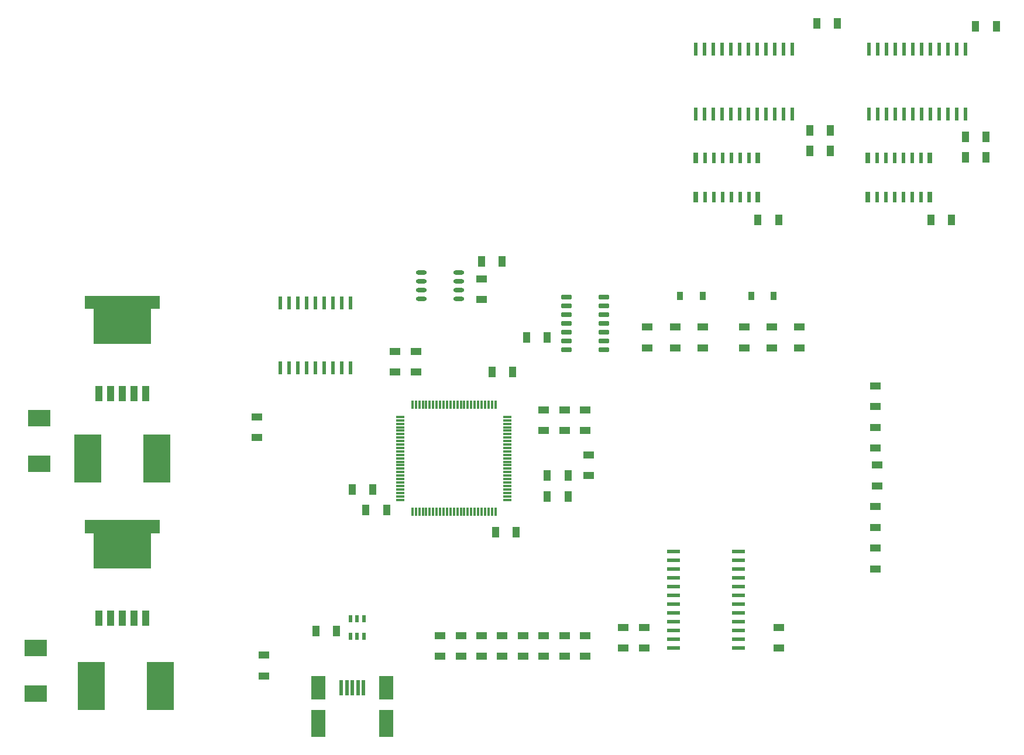
<source format=gbr>
%TF.GenerationSoftware,Altium Limited,Altium Designer,22.4.2 (48)*%
G04 Layer_Color=8421504*
%FSLAX45Y45*%
%MOMM*%
%TF.SameCoordinates,A0FECCF5-906F-4CEA-98AF-48209DEEDFB4*%
%TF.FilePolarity,Positive*%
%TF.FileFunction,Paste,Top*%
%TF.Part,Single*%
G01*
G75*
%TA.AperFunction,SMDPad,CuDef*%
%ADD11R,1.00000X1.60000*%
%TA.AperFunction,ConnectorPad*%
%ADD14R,1.00000X1.60000*%
%TA.AperFunction,SMDPad,CuDef*%
%ADD16R,1.60000X1.00000*%
G04:AMPARAMS|DCode=17|XSize=1.55mm|YSize=0.6mm|CornerRadius=0.3mm|HoleSize=0mm|Usage=FLASHONLY|Rotation=180.000|XOffset=0mm|YOffset=0mm|HoleType=Round|Shape=RoundedRectangle|*
%AMROUNDEDRECTD17*
21,1,1.55000,0.00000,0,0,180.0*
21,1,0.95000,0.60000,0,0,180.0*
1,1,0.60000,-0.47500,0.00000*
1,1,0.60000,0.47500,0.00000*
1,1,0.60000,0.47500,0.00000*
1,1,0.60000,-0.47500,0.00000*
%
%ADD17ROUNDEDRECTD17*%
%ADD18R,4.00000X7.00000*%
%ADD19R,3.30000X2.40000*%
G04:AMPARAMS|DCode=20|XSize=0.6mm|YSize=1.45mm|CornerRadius=0.051mm|HoleSize=0mm|Usage=FLASHONLY|Rotation=270.000|XOffset=0mm|YOffset=0mm|HoleType=Round|Shape=RoundedRectangle|*
%AMROUNDEDRECTD20*
21,1,0.60000,1.34800,0,0,270.0*
21,1,0.49800,1.45000,0,0,270.0*
1,1,0.10200,-0.67400,-0.24900*
1,1,0.10200,-0.67400,0.24900*
1,1,0.10200,0.67400,0.24900*
1,1,0.10200,0.67400,-0.24900*
%
%ADD20ROUNDEDRECTD20*%
%ADD21R,1.20000X0.30000*%
%ADD22R,0.30000X1.20000*%
%ADD23R,0.91000X1.22000*%
%ADD24C,6.29100*%
%ADD25R,1.07000X2.16000*%
%ADD26R,0.60000X1.10000*%
%TA.AperFunction,ConnectorPad*%
%ADD27R,2.00000X4.00000*%
%ADD28R,2.00000X3.50000*%
%ADD29R,0.50000X2.20000*%
%TA.AperFunction,NonConductor*%
%ADD77R,1.95000X0.55000*%
%ADD78R,0.70000X1.65000*%
%ADD79R,0.60000X1.65000*%
%ADD80R,0.55000X1.95000*%
G36*
X4240000Y3163000D02*
X4116500D01*
Y2655000D01*
X3283500D01*
Y3163000D01*
X3160000D01*
Y3354000D01*
X4240000D01*
Y3163000D01*
D02*
G37*
G36*
Y6413000D02*
X4116500D01*
Y5905000D01*
X3283500D01*
Y6413000D01*
X3160000D01*
Y6604000D01*
X4240000D01*
Y6413000D01*
D02*
G37*
D11*
X16201234Y8605474D02*
D03*
X15901234D02*
D03*
X16201234Y8905474D02*
D03*
X15901234D02*
D03*
X13950000Y8700000D02*
D03*
X13650000D02*
D03*
X13750000Y10550000D02*
D03*
X14050000D02*
D03*
X15400000Y7700000D02*
D03*
X15700000D02*
D03*
X12900000D02*
D03*
X13200000D02*
D03*
X13650000Y9000000D02*
D03*
X13950000D02*
D03*
X8900000Y7100000D02*
D03*
X9200000D02*
D03*
X6800000Y1750000D02*
D03*
X6500000D02*
D03*
X10150000Y3700000D02*
D03*
X9850000D02*
D03*
X10150000Y4000000D02*
D03*
X9850000D02*
D03*
X9350000Y5500000D02*
D03*
X9050000D02*
D03*
X9400682Y3179199D02*
D03*
X9100682D02*
D03*
X7525000Y3500000D02*
D03*
X7225000D02*
D03*
X7025000Y3800000D02*
D03*
X7325000D02*
D03*
X9550000Y6000000D02*
D03*
X9850000D02*
D03*
D14*
X16050000Y10500000D02*
D03*
X16350000D02*
D03*
D16*
X8900000Y6550000D02*
D03*
Y6850000D02*
D03*
X9800000Y4950000D02*
D03*
Y4650000D02*
D03*
X10100000Y4950000D02*
D03*
Y4650000D02*
D03*
X10400000Y4950000D02*
D03*
Y4650000D02*
D03*
X10450000Y4000000D02*
D03*
Y4300000D02*
D03*
X7650000Y5800000D02*
D03*
Y5500000D02*
D03*
X5650000Y4550000D02*
D03*
Y4850000D02*
D03*
X7950000Y5800000D02*
D03*
Y5500000D02*
D03*
X11250000Y1500000D02*
D03*
Y1800000D02*
D03*
X10950000Y1800000D02*
D03*
Y1500000D02*
D03*
X8300000Y1683000D02*
D03*
Y1383000D02*
D03*
X8600000D02*
D03*
Y1683000D02*
D03*
X9200000D02*
D03*
Y1383000D02*
D03*
X9800000Y1683000D02*
D03*
Y1383000D02*
D03*
X10100000Y1683000D02*
D03*
Y1383000D02*
D03*
X10400000Y1683000D02*
D03*
Y1383000D02*
D03*
X8900000Y1683000D02*
D03*
Y1383000D02*
D03*
X9500000Y1683000D02*
D03*
Y1383000D02*
D03*
X14625000Y4150000D02*
D03*
Y3850000D02*
D03*
X14600000Y4400000D02*
D03*
Y4700000D02*
D03*
Y3550000D02*
D03*
Y3250000D02*
D03*
Y2950000D02*
D03*
Y2650000D02*
D03*
X11299999Y6150000D02*
D03*
Y5850000D02*
D03*
X13200000Y1500000D02*
D03*
Y1800000D02*
D03*
X14600000Y5000000D02*
D03*
Y5300000D02*
D03*
X5750000Y1400000D02*
D03*
Y1100000D02*
D03*
X13499998Y5850000D02*
D03*
Y6150000D02*
D03*
X13099998D02*
D03*
Y5850000D02*
D03*
X12699999Y6150000D02*
D03*
Y5850000D02*
D03*
X11699999Y6150000D02*
D03*
Y5850000D02*
D03*
X12099999Y6150000D02*
D03*
Y5850000D02*
D03*
D17*
X8570000Y6559500D02*
D03*
Y6686500D02*
D03*
Y6813500D02*
D03*
Y6940500D02*
D03*
X8030000D02*
D03*
Y6813500D02*
D03*
Y6686500D02*
D03*
Y6559500D02*
D03*
D18*
X3200000Y4250000D02*
D03*
X4200000D02*
D03*
X3250000Y950000D02*
D03*
X4250000D02*
D03*
D19*
X2500000Y4830000D02*
D03*
Y4170000D02*
D03*
X2450000Y840000D02*
D03*
Y1500000D02*
D03*
D20*
X10127500Y6581000D02*
D03*
Y6454000D02*
D03*
Y6327000D02*
D03*
Y6200000D02*
D03*
Y6073000D02*
D03*
Y5946000D02*
D03*
Y5819000D02*
D03*
X10672500Y6581000D02*
D03*
Y6454000D02*
D03*
Y6327000D02*
D03*
Y6200000D02*
D03*
Y6073000D02*
D03*
Y5946000D02*
D03*
Y5819000D02*
D03*
D21*
X9275000Y3650000D02*
D03*
Y3700000D02*
D03*
X9275000Y3750000D02*
D03*
X9275000Y3800000D02*
D03*
Y3850000D02*
D03*
Y3900000D02*
D03*
Y3950000D02*
D03*
Y4000000D02*
D03*
Y4050000D02*
D03*
Y4100000D02*
D03*
Y4150000D02*
D03*
Y4200000D02*
D03*
Y4250000D02*
D03*
Y4300000D02*
D03*
X9275000Y4350000D02*
D03*
X9274999Y4400000D02*
D03*
X9275000Y4450000D02*
D03*
Y4500000D02*
D03*
Y4550000D02*
D03*
Y4600000D02*
D03*
Y4650000D02*
D03*
Y4700000D02*
D03*
Y4750000D02*
D03*
Y4800000D02*
D03*
Y4850000D02*
D03*
X7725000D02*
D03*
Y4800000D02*
D03*
X7725000Y4750000D02*
D03*
X7725000Y4700000D02*
D03*
Y4650000D02*
D03*
Y4600000D02*
D03*
Y4550000D02*
D03*
Y4500000D02*
D03*
Y4450000D02*
D03*
Y4400000D02*
D03*
Y4350000D02*
D03*
Y4300000D02*
D03*
Y4250000D02*
D03*
Y4200000D02*
D03*
X7725000Y4150000D02*
D03*
X7725001Y4100000D02*
D03*
X7725000Y4050000D02*
D03*
Y4000000D02*
D03*
Y3950000D02*
D03*
Y3900000D02*
D03*
Y3850000D02*
D03*
Y3800000D02*
D03*
Y3750000D02*
D03*
Y3700000D02*
D03*
Y3650000D02*
D03*
D22*
X9100000Y5025000D02*
D03*
X9050000D02*
D03*
X9000000Y5025000D02*
D03*
X8950000Y5025000D02*
D03*
X8900000D02*
D03*
X8850000D02*
D03*
X8800000D02*
D03*
X8750000D02*
D03*
X8700000D02*
D03*
X8650000D02*
D03*
X8600000D02*
D03*
X8550000D02*
D03*
X8500000D02*
D03*
X8450000D02*
D03*
X8400000Y5025000D02*
D03*
X8350000Y5024999D02*
D03*
X8300000Y5025000D02*
D03*
X8250000D02*
D03*
X8200000D02*
D03*
X8150000D02*
D03*
X8100000D02*
D03*
X8050000D02*
D03*
X8000000D02*
D03*
X7950000D02*
D03*
X7900000D02*
D03*
Y3475000D02*
D03*
X7950000D02*
D03*
X8000000Y3475000D02*
D03*
X8050000Y3475000D02*
D03*
X8100000D02*
D03*
X8150000D02*
D03*
X8200000D02*
D03*
X8250000D02*
D03*
X8300000D02*
D03*
X8350000D02*
D03*
X8400000D02*
D03*
X8450000D02*
D03*
X8500000D02*
D03*
X8550000D02*
D03*
X8600000Y3475000D02*
D03*
X8650000Y3475000D02*
D03*
X8700000Y3475000D02*
D03*
X8750000D02*
D03*
X8800000D02*
D03*
X8850000D02*
D03*
X8900000D02*
D03*
X8950000D02*
D03*
X9000000D02*
D03*
X9050000D02*
D03*
X9100000D02*
D03*
D23*
X12800000Y6600000D02*
D03*
X13127499D02*
D03*
X12099999D02*
D03*
X11772499D02*
D03*
D24*
X3700000Y6254500D02*
D03*
Y3004500D02*
D03*
D25*
X3360000Y5187000D02*
D03*
X3530000D02*
D03*
X3700000D02*
D03*
X3870000D02*
D03*
X4040000D02*
D03*
X3360000Y1937000D02*
D03*
X3530000D02*
D03*
X3700000D02*
D03*
X3870000D02*
D03*
X4040000D02*
D03*
D26*
X7005000Y1930000D02*
D03*
X7100000D02*
D03*
X7195000D02*
D03*
Y1670000D02*
D03*
X7100000D02*
D03*
X7005000D02*
D03*
D27*
X6540000Y415000D02*
D03*
X7520000D02*
D03*
D28*
X6540000Y925000D02*
D03*
X7520000D02*
D03*
D29*
X7190000D02*
D03*
X7110000D02*
D03*
X7030000D02*
D03*
X6950000D02*
D03*
X6870000D02*
D03*
D77*
X11680003Y2898500D02*
D03*
Y2771500D02*
D03*
Y2644500D02*
D03*
Y2517500D02*
D03*
Y2390500D02*
D03*
Y2263500D02*
D03*
X11680002Y2136502D02*
D03*
X11680003Y2009502D02*
D03*
Y1882502D02*
D03*
Y1755502D02*
D03*
Y1628502D02*
D03*
Y1501502D02*
D03*
X12619997Y1501500D02*
D03*
Y1628500D02*
D03*
Y1755500D02*
D03*
Y1882500D02*
D03*
Y2009500D02*
D03*
Y2136500D02*
D03*
X12619998Y2263498D02*
D03*
X12619997Y2390498D02*
D03*
Y2517498D02*
D03*
Y2644498D02*
D03*
Y2771498D02*
D03*
Y2898498D02*
D03*
D78*
X15388893Y8599188D02*
D03*
X14489893D02*
D03*
Y8034188D02*
D03*
X15388893D02*
D03*
X12898488Y8599179D02*
D03*
X11999488D02*
D03*
Y8034179D02*
D03*
X12898488D02*
D03*
D79*
X15256857Y8599154D02*
D03*
X15129858D02*
D03*
X15002808Y8599145D02*
D03*
X14875810Y8599147D02*
D03*
X14748860Y8599152D02*
D03*
X14621860D02*
D03*
X14621861Y8034154D02*
D03*
X14748862D02*
D03*
X14875809Y8034149D02*
D03*
X15002808Y8034147D02*
D03*
X15129860Y8034155D02*
D03*
X15256860D02*
D03*
X12766797Y8599030D02*
D03*
X12639797D02*
D03*
X12512794Y8599270D02*
D03*
X12385796Y8599271D02*
D03*
X12258799Y8599028D02*
D03*
X12131799D02*
D03*
X12131800Y8034029D02*
D03*
X12258800D02*
D03*
X12385795Y8034273D02*
D03*
X12512793Y8034272D02*
D03*
X12639799Y8034031D02*
D03*
X12766799D02*
D03*
D80*
X14501501Y9230002D02*
D03*
X14628500D02*
D03*
X14755501D02*
D03*
X14882501D02*
D03*
X15009502D02*
D03*
X15136501D02*
D03*
X15263499Y9230000D02*
D03*
X15390498Y9230002D02*
D03*
X15517499D02*
D03*
X15644499D02*
D03*
X15771500D02*
D03*
X15898499D02*
D03*
X15898500Y10169998D02*
D03*
X15771500D02*
D03*
X15644501D02*
D03*
X15517500D02*
D03*
X15390500D02*
D03*
X15263499D02*
D03*
X15136501Y10169999D02*
D03*
X15009502Y10169998D02*
D03*
X14882501D02*
D03*
X14755501D02*
D03*
X14628500D02*
D03*
X14501501D02*
D03*
X12001500Y9230002D02*
D03*
X12128500D02*
D03*
X12255500D02*
D03*
X12382500D02*
D03*
X12509500D02*
D03*
X12636500D02*
D03*
X12763498Y9230000D02*
D03*
X12890498Y9230002D02*
D03*
X13017497D02*
D03*
X13144498D02*
D03*
X13271498D02*
D03*
X13398499D02*
D03*
X13398500Y10169998D02*
D03*
X13271500D02*
D03*
X13144501D02*
D03*
X13017500D02*
D03*
X12890500D02*
D03*
X12763500D02*
D03*
X12636502Y10169999D02*
D03*
X12509502Y10169998D02*
D03*
X12382502D02*
D03*
X12255502D02*
D03*
X12128502D02*
D03*
X12001502D02*
D03*
X5988001Y5560002D02*
D03*
X6115001D02*
D03*
X6242001D02*
D03*
X6369001D02*
D03*
X6496000Y5560001D02*
D03*
X6623000Y5560002D02*
D03*
X6750000D02*
D03*
X6877000D02*
D03*
X7004000D02*
D03*
X5988000Y6499998D02*
D03*
X6115000D02*
D03*
X6242000D02*
D03*
X6369000D02*
D03*
X6496000Y6499999D02*
D03*
X6622999Y6499998D02*
D03*
X6749999D02*
D03*
X6876999D02*
D03*
X7003999D02*
D03*
%TF.MD5,900e69a1feb2dff92ddf157bc6237d89*%
M02*

</source>
